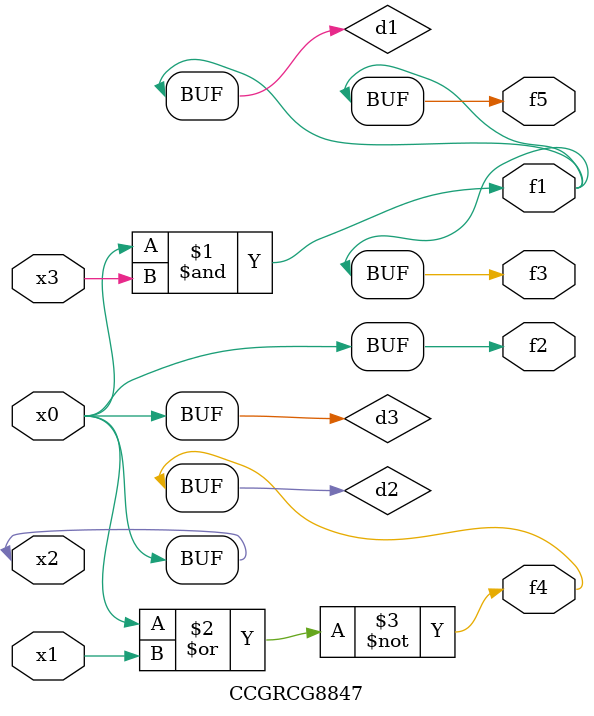
<source format=v>
module CCGRCG8847(
	input x0, x1, x2, x3,
	output f1, f2, f3, f4, f5
);

	wire d1, d2, d3;

	and (d1, x2, x3);
	nor (d2, x0, x1);
	buf (d3, x0, x2);
	assign f1 = d1;
	assign f2 = d3;
	assign f3 = d1;
	assign f4 = d2;
	assign f5 = d1;
endmodule

</source>
